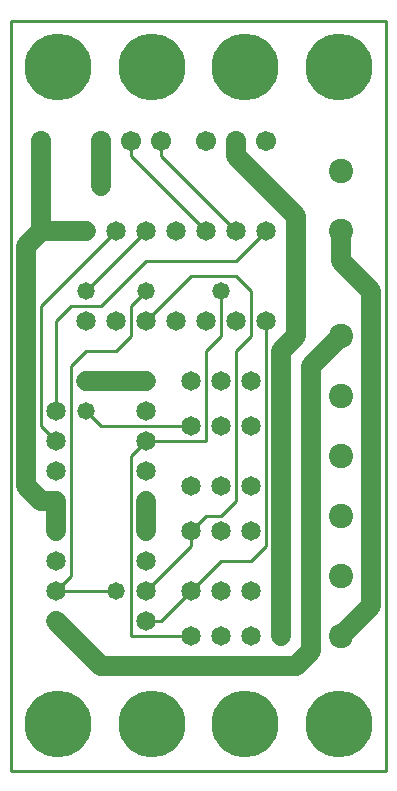
<source format=gbl>
%MOIN*%
%FSLAX25Y25*%
G04 D10 used for Character Trace; *
G04     Circle (OD=.01000) (No hole)*
G04 D11 used for Power Trace; *
G04     Circle (OD=.06700) (No hole)*
G04 D12 used for Signal Trace; *
G04     Circle (OD=.01100) (No hole)*
G04 D13 used for Via; *
G04     Circle (OD=.05800) (Round. Hole ID=.02800)*
G04 D14 used for Component hole; *
G04     Circle (OD=.06500) (Round. Hole ID=.03500)*
G04 D15 used for Component hole; *
G04     Circle (OD=.06700) (Round. Hole ID=.04300)*
G04 D16 used for Component hole; *
G04     Circle (OD=.08100) (Round. Hole ID=.05100)*
G04 D17 used for Component hole; *
G04     Circle (OD=.08900) (Round. Hole ID=.05900)*
G04 D18 used for Component hole; *
G04     Circle (OD=.11300) (Round. Hole ID=.08300)*
G04 D19 used for Component hole; *
G04     Circle (OD=.16000) (Round. Hole ID=.13000)*
G04 D20 used for Component hole; *
G04     Circle (OD=.18300) (Round. Hole ID=.15300)*
G04 D21 used for Component hole; *
G04     Circle (OD=.22291) (Round. Hole ID=.19291)*
%ADD10C,.01000*%
%ADD11C,.06700*%
%ADD12C,.01100*%
%ADD13C,.05800*%
%ADD14C,.06500*%
%ADD15C,.06700*%
%ADD16C,.08100*%
%ADD17C,.08900*%
%ADD18C,.11300*%
%ADD19C,.16000*%
%ADD20C,.18300*%
%ADD21C,.22291*%
%IPPOS*%
%LPD*%
G90*X0Y0D02*D21*X15625Y15625D03*D11*              
X30000Y35000D02*X95000D01*X100000Y40000D01*       
Y135000D01*X110000Y145000D01*D16*D03*D11*         
X120000Y55000D02*Y160000D01*X110000Y45000D02*     
X120000Y55000D01*D16*X110000Y45000D03*D14*        
X90000Y60000D03*D11*Y45000D01*D14*D03*X80000D03*  
D11*X90000Y60000D02*Y80000D01*D14*D03*D11*        
Y95000D01*D14*D03*D11*Y115000D01*D14*D03*D11*     
Y130000D01*D14*D03*D11*Y140000D01*                
X95000Y145000D01*Y185000D01*X75000Y205000D01*     
Y210000D01*D15*D03*X85000D03*X65000D03*D21*       
X78125Y234375D03*D15*X50000Y210000D03*D12*        
Y205000D01*X75000Y180000D01*D14*D03*X85000D03*D12*
X75000Y170000D01*X45000D01*X30000Y155000D01*      
X20000D01*X15000Y150000D01*Y120000D01*D14*D03*D12*
Y110000D02*X10000Y115000D01*D14*X15000Y110000D03* 
D12*X10000Y115000D02*Y155000D01*X35000Y180000D01* 
D14*D03*X45000D03*D12*X25000Y160000D01*D13*D03*   
D14*X35000Y150000D03*X25000D03*D12*               
X35000Y140000D02*X40000Y145000D01*                
X25000Y140000D02*X35000D01*X20000Y135000D02*      
X25000Y140000D01*X20000Y65000D02*Y135000D01*      
X15000Y60000D02*X20000Y65000D01*D14*              
X15000Y60000D03*D12*X35000D01*D13*D03*D14*        
X45000Y50000D03*D12*X50000D01*X60000Y60000D01*D14*
D03*D12*X70000Y70000D01*X80000D01*X85000Y75000D01*
Y150000D01*D14*D03*D12*X75000Y140000D02*          
X80000Y145000D01*X75000Y90000D02*Y140000D01*      
X70000Y85000D02*X75000Y90000D01*X65000Y85000D02*  
X70000D01*X60000Y80000D02*X65000Y85000D01*D14*    
X60000Y80000D03*D12*Y75000D01*X45000Y60000D01*D14*
D03*Y70000D03*X60000Y45000D03*D12*X40000D01*      
Y105000D01*X45000Y110000D01*D14*D03*D12*X65000D01*
Y140000D01*X70000Y145000D01*Y160000D01*D13*D03*   
D12*X80000D02*X75000Y165000D01*X80000Y145000D02*  
Y160000D01*D14*X75000Y150000D03*X70000Y130000D03* 
X65000Y150000D03*X80000Y130000D03*D12*            
X45000Y150000D02*X60000Y165000D01*D14*            
X45000Y150000D03*D12*X40000Y145000D02*Y155000D01* 
X45000Y160000D01*D13*D03*D14*X55000Y150000D03*D12*
X60000Y165000D02*X75000D01*D14*X65000Y180000D03*  
D12*X40000Y205000D01*Y210000D01*D15*D03*X30000D03*
D11*Y195000D01*D14*D03*X25000Y180000D03*D11*      
X10000D01*X5000Y175000D01*Y95000D01*              
X10000Y90000D01*X15000D01*D14*D03*D11*Y80000D01*  
D14*D03*Y70000D03*Y100000D03*X45000Y80000D03*D11* 
Y90000D01*D14*D03*Y100000D03*X60000Y95000D03*     
X70000Y115000D03*X60000D03*D12*X30000D01*         
X25000Y120000D01*D13*D03*Y130000D03*D11*X45000D01*
D13*D03*D14*Y120000D03*X60000Y130000D03*          
X80000Y95000D03*Y115000D03*X70000Y95000D03*       
X55000Y180000D03*X70000Y80000D03*D11*             
X10000Y180000D02*Y195000D01*D14*D03*D11*          
Y210000D01*D15*D03*D21*X15625Y234375D03*X46875D03*
D12*X0Y0D02*Y250000D01*Y0D02*X125000D01*          
Y250000D01*X0D01*D13*X110000Y170000D03*D11*       
X120000Y160000D01*X110000Y170000D02*Y180000D01*   
D16*D03*Y200000D03*D21*X109375Y234375D03*D16*     
X110000Y125000D03*Y105000D03*Y85000D03*D14*       
X80000Y80000D03*D16*X110000Y65000D03*D14*         
X70000Y60000D03*X80000D03*X15000Y50000D03*D11*    
X30000Y35000D01*D21*X46875Y15625D03*D14*          
X70000Y45000D03*D21*X78125Y15625D03*X109375D03*   
M02*                                              

</source>
